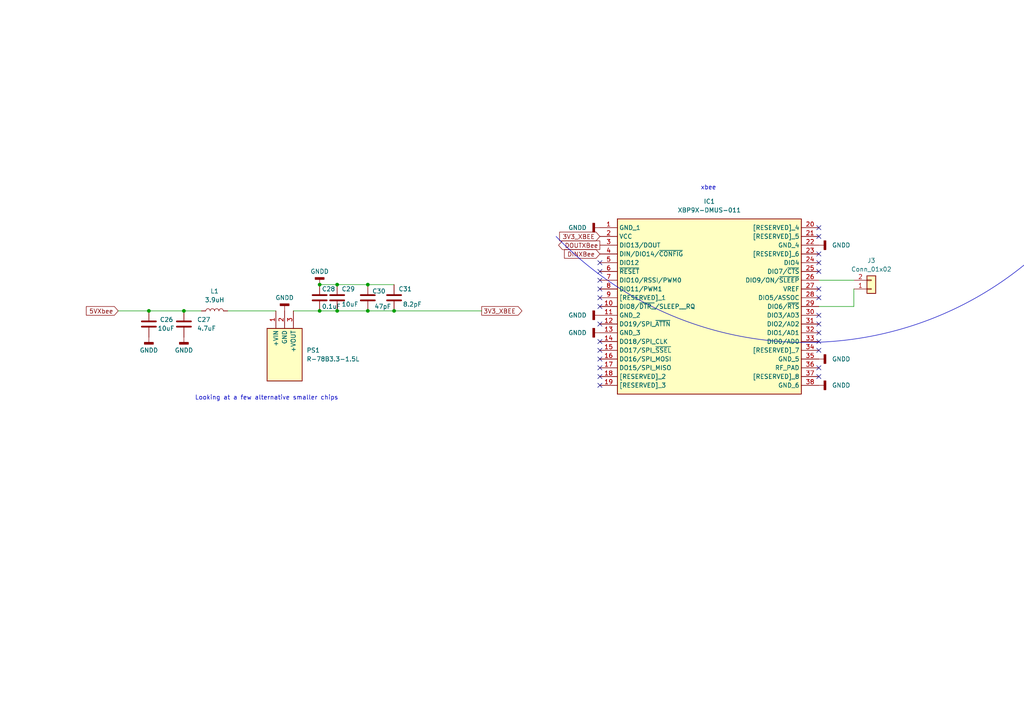
<source format=kicad_sch>
(kicad_sch (version 20231120) (generator "eeschema") (generator_version "8.0")
  (paper "A4")
  (lib_symbols
    (symbol "Connector_Generic:Conn_01x02" (pin_names (offset 1.016) hide)
      (property "Reference" "J" (at 0 2.54 0))
      (property "Value" "Conn_01x02" (at 0 -5.08 0))
      (symbol "Conn_01x02_1_1"
        (rectangle (start -1.27 -2.413) (end 0 -2.667) (stroke (width 0.1524)))
        (rectangle (start -1.27 0.127) (end 0 -0.127) (stroke (width 0.1524)))
        (rectangle (start -1.27 1.27) (end 1.27 -3.81) (stroke (width 0.254)) (fill (type background)))
        (pin passive line (at -5.08 0 0) (length 3.81) (name "Pin_1") (number "1"))
        (pin passive line (at -5.08 -2.54 0) (length 3.81) (name "Pin_2") (number "2"))
      )
    )
    (symbol "Device:C" (pin_numbers hide) (pin_names (offset 0.254))
      (property "Reference" "C" (at 0.635 2.54 0))
      (property "Value" "C" (at 0.635 -2.54 0))
      (symbol "C_0_1"
        (polyline (pts (xy -2.032 -0.762) (xy 2.032 -0.762)) (stroke (width 0.508)))
        (polyline (pts (xy -2.032 0.762) (xy 2.032 0.762)) (stroke (width 0.508)))
      )
      (symbol "C_1_1"
        (pin passive line (at 0 3.81 270) (length 2.794) (name "~") (number "1"))
        (pin passive line (at 0 -3.81 90) (length 2.794) (name "~") (number "2"))
      )
    )
    (symbol "Device:L" (pin_numbers hide) (pin_names (offset 1.016) hide)
      (property "Reference" "L" (at -1.27 0 90))
      (property "Value" "L" (at 1.905 0 90))
      (symbol "L_0_1"
        (arc (start 0 -2.54) (mid 0.6323 -1.905) (end 0 -1.27))
        (arc (start 0 -1.27) (mid 0.6323 -0.635) (end 0 0))
        (arc (start 0 0) (mid 0.6323 0.635) (end 0 1.27))
        (arc (start 0 1.27) (mid 0.6323 1.905) (end 0 2.54))
      )
      (symbol "L_1_1"
        (pin passive line (at 0 3.81 270) (length 1.27) (name "1") (number "1"))
        (pin passive line (at 0 -3.81 90) (length 1.27) (name "2") (number "2"))
      )
    )
    (symbol "power:GNDD" (power) (pin_names (offset 0))
      (property "Value" "GNDD" (at 0 -3.175 0))
      (symbol "GNDD_0_1"
        (rectangle (start -1.27 -1.524) (end 1.27 -2.032) (stroke (width 0.254)) (fill (type outline)))
        (polyline (pts (xy 0 0) (xy 0 -1.524)))
      )
      (symbol "GNDD_1_1"
        (pin power_in line (at 0 0 270) (length 0) hide (name "GNDD") (number "1"))
      )
    )
    (symbol "radio_module_symbols:R-78B3.3-1.5L"
      (property "Reference" "PS" (at 21.59 7.62 0))
      (property "Value" "R-78B3.3-1.5L" (at 21.59 5.08 0))
      (symbol "R-78B3.3-1.5L_1_1"
        (rectangle (start 5.08 2.54) (end 20.32 -7.62) (stroke (width 0.254)) (fill (type background)))
        (pin passive line (at 0 -5.08 0) (length 5.08) (name "+VIN") (number "1"))
        (pin passive line (at 0 -2.54 0) (length 5.08) (name "GND") (number "2"))
        (pin passive line (at 0 0 0) (length 5.08) (name "+VOUT") (number "3"))
      )
    )
    (symbol "radio_module_symbols:XBP9X-DMUS-011"
      (property "Reference" "IC" (at 59.69 7.62 0))
      (property "Value" "XBP9X-DMUS-011" (at 59.69 5.08 0))
      (symbol "XBP9X-DMUS-011_1_1"
        (rectangle (start 5.08 2.54) (end 58.42 -48.26) (stroke (width 0.254)) (fill (type background)))
        (pin passive line (at 0 0 0) (length 5.08) (name "GND_1") (number "1"))
        (pin passive line (at 0 -22.86 0) (length 5.08) (name "DIO8/~{DTR_}/SLEEP__RQ") (number "10"))
        (pin passive line (at 0 -25.4 0) (length 5.08) (name "GND_2") (number "11"))
        (pin passive line (at 0 -27.94 0) (length 5.08) (name "DO19/SPI_~{ATTN}") (number "12"))
        (pin passive line (at 0 -30.48 0) (length 5.08) (name "GND_3") (number "13"))
        (pin passive line (at 0 -33.02 0) (length 5.08) (name "DO18/SPI_CLK") (number "14"))
        (pin passive line (at 0 -35.56 0) (length 5.08) (name "DO17/SPI_~{SSEL}") (number "15"))
        (pin passive line (at 0 -38.1 0) (length 5.08) (name "DO16/SPI_MOSI") (number "16"))
        (pin passive line (at 0 -40.64 0) (length 5.08) (name "DO15/SPI_MISO") (number "17"))
        (pin passive line (at 0 -43.18 0) (length 5.08) (name "[RESERVED]_2") (number "18"))
        (pin passive line (at 0 -45.72 0) (length 5.08) (name "[RESERVED]_3") (number "19"))
        (pin passive line (at 0 -2.54 0) (length 5.08) (name "VCC") (number "2"))
        (pin passive line (at 63.5 0 180) (length 5.08) (name "[RESERVED]_4") (number "20"))
        (pin passive line (at 63.5 -2.54 180) (length 5.08) (name "[RESERVED]_5") (number "21"))
        (pin passive line (at 63.5 -5.08 180) (length 5.08) (name "GND_4") (number "22"))
        (pin passive line (at 63.5 -7.62 180) (length 5.08) (name "[RESERVED]_6") (number "23"))
        (pin passive line (at 63.5 -10.16 180) (length 5.08) (name "DIO4") (number "24"))
        (pin passive line (at 63.5 -12.7 180) (length 5.08) (name "DIO7/~{CTS}") (number "25"))
        (pin passive line (at 63.5 -15.24 180) (length 5.08) (name "DIO9/ON/~{SLEEP}") (number "26"))
        (pin passive line (at 63.5 -17.78 180) (length 5.08) (name "VREF") (number "27"))
        (pin passive line (at 63.5 -20.32 180) (length 5.08) (name "DIO5/ASSOC") (number "28"))
        (pin passive line (at 63.5 -22.86 180) (length 5.08) (name "DIO6/~{RTS}") (number "29"))
        (pin passive line (at 0 -5.08 0) (length 5.08) (name "DIO13/DOUT") (number "3"))
        (pin passive line (at 63.5 -25.4 180) (length 5.08) (name "DIO3/AD3") (number "30"))
        (pin passive line (at 63.5 -27.94 180) (length 5.08) (name "DIO2/AD2") (number "31"))
        (pin passive line (at 63.5 -30.48 180) (length 5.08) (name "DIO1/AD1") (number "32"))
        (pin passive line (at 63.5 -33.02 180) (length 5.08) (name "DIO0/AD0") (number "33"))
        (pin passive line (at 63.5 -35.56 180) (length 5.08) (name "[RESERVED]_7") (number "34"))
        (pin passive line (at 63.5 -38.1 180) (length 5.08) (name "GND_5") (number "35"))
        (pin passive line (at 63.5 -40.64 180) (length 5.08) (name "RF_PAD") (number "36"))
        (pin passive line (at 63.5 -43.18 180) (length 5.08) (name "[RESERVED]_8") (number "37"))
        (pin passive line (at 63.5 -45.72 180) (length 5.08) (name "GND_6") (number "38"))
        (pin passive line (at 0 -7.62 0) (length 5.08) (name "DIN/DIO14/~{CONFIG}") (number "4"))
        (pin passive line (at 0 -10.16 0) (length 5.08) (name "DIO12") (number "5"))
        (pin passive line (at 0 -12.7 0) (length 5.08) (name "~{RESET}") (number "6"))
        (pin passive line (at 0 -15.24 0) (length 5.08) (name "DIO10/RSSI/PWM0") (number "7"))
        (pin passive line (at 0 -17.78 0) (length 5.08) (name "DIO11/PWM1") (number "8"))
        (pin passive line (at 0 -20.32 0) (length 5.08) (name "[RESERVED]_1") (number "9"))
      )
    )
  )
  (junction (at 43.18 90.17))
  (junction (at 106.68 90.17))
  (junction (at 97.79 90.17))
  (junction (at 114.3 90.17))
  (junction (at 92.71 82.55))
  (junction (at 97.79 82.55))
  (junction (at 106.68 82.55))
  (junction (at 53.34 90.17))
  (junction (at 92.71 90.17))
  (no_connect (at 173.99 93.98))
  (no_connect (at 173.99 83.82))
  (no_connect (at 173.99 81.28))
  (no_connect (at 173.99 106.68))
  (no_connect (at 173.99 86.36))
  (no_connect (at 173.99 104.14))
  (no_connect (at 173.99 78.74))
  (no_connect (at 237.49 106.68))
  (no_connect (at 173.99 111.76))
  (no_connect (at 237.49 78.74))
  (no_connect (at 237.49 96.52))
  (no_connect (at 173.99 101.6))
  (no_connect (at 237.49 66.04))
  (no_connect (at 237.49 93.98))
  (no_connect (at 173.99 109.22))
  (no_connect (at 173.99 88.9))
  (no_connect (at 237.49 99.06))
  (no_connect (at 237.49 101.6))
  (no_connect (at 237.49 91.44))
  (no_connect (at 173.99 76.2))
  (no_connect (at 237.49 68.58))
  (no_connect (at 237.49 86.36))
  (no_connect (at 237.49 76.2))
  (no_connect (at 173.99 99.06))
  (no_connect (at 237.49 109.22))
  (no_connect (at 237.49 73.66))
  (no_connect (at 237.49 83.82))
  (wire (pts (xy 106.68 90.17) (xy 114.3 90.17)))
  (wire (pts (xy 53.34 90.17) (xy 58.42 90.17)))
  (wire (pts (xy 34.29 90.17) (xy 43.18 90.17)))
  (wire (pts (xy 85.09 90.17) (xy 92.71 90.17)))
  (wire (pts (xy 92.71 82.55) (xy 97.79 82.55)))
  (wire (pts (xy 97.79 82.55) (xy 106.68 82.55)))
  (wire (pts (xy 92.71 90.17) (xy 97.79 90.17)))
  (wire (pts (xy 106.68 82.55) (xy 114.3 82.55)))
  (wire (pts (xy 114.3 90.17) (xy 139.7 90.17)))
  (wire (pts (xy 66.04 90.17) (xy 80.01 90.17)))
  (wire (pts (xy 247.65 88.9) (xy 247.65 83.82)))
  (wire (pts (xy 237.49 81.28) (xy 247.65 81.28)))
  (wire (pts (xy 237.49 88.9) (xy 247.65 88.9)))
  (wire (pts (xy 97.79 90.17) (xy 106.68 90.17)))
  (wire (pts (xy 43.18 90.17) (xy 53.34 90.17)))
  (arc (start 303.53 71.12) (mid 231.8839 99.3089) (end 161.29 68.58))
  (text "xbee" (at 203.2 55.245 0) (effects (font (size 1.27 1.27)) (justify left bottom)))
  (text "check capitalization" (at 306.07 69.85 0) (effects (font (size 1.27 1.27)) (justify left bottom)))
  (text "Looking at a few alternative smaller chips" (at 56.515 116.205 0) (effects (font (size 1.27 1.27)) (justify left bottom)))
  (global_label "DOUTXBee" (shape output) (at 173.99 71.12 180) (property "Intersheetrefs" "${INTERSHEET_REFS}" (effects (hide yes))))
  (global_label "3V3_XBEE" (shape input) (at 173.99 68.58 180) (property "Intersheetrefs" "${INTERSHEET_REFS}" (effects (hide yes))))
  (global_label "3V3_XBEE" (shape output) (at 139.7 90.17 0) (property "Intersheetrefs" "${INTERSHEET_REFS}" (effects (hide yes))))
  (global_label "DINXBee" (shape input) (at 173.99 73.66 180) (property "Intersheetrefs" "${INTERSHEET_REFS}" (effects (hide yes))))
  (global_label "5VXbee" (shape input) (at 34.29 90.17 180) (property "Intersheetrefs" "${INTERSHEET_REFS}" (effects (hide yes))))
  (symbol (lib_id "Connector_Generic:Conn_01x02") (at 252.73 83.82 0) (mirror x) (unit 1)
    (property "Reference" "J3" (at 252.73 75.565 0))
    (property "Value" "Conn_01x02" (at 252.73 78.105 0))
    (property "Footprint" "Connector_PinHeader_2.54mm:PinHeader_1x02_P2.54mm_Vertical" (effects (hide yes)))
    (instances (project "Radio Module" (path "" (reference "J3") (unit 1))) (project "mainbox1.0" (path "" (reference "J6") (unit 1))) (project "mainbox" (path "" (reference "J9") (unit 1))) (project "mainbox2.0" (path "" (reference "J7") (unit 1))) (project "Mainboard_priv" (path "" (reference "J11") (unit 1))))
  )
  (symbol (lib_id "Device:C") (at 53.34 93.98 0) (unit 1)
    (property "Reference" "C27" (at 57.15 92.71 0) (effects (justify left)))
    (property "Value" "4.7uF" (at 57.15 95.25 0) (effects (justify left)))
    (property "Footprint" "Capacitor_SMD:C_0402_1005Metric" (effects (hide yes)))
    (instances (project "mainbox1.0" (path "" (reference "C27") (unit 1))) (project "mainbox2.0" (path "" (reference "C26") (unit 1))) (project "Mainboard_priv" (path "" (reference "C7") (unit 1))))
  )
  (symbol (lib_id "power:GNDD") (at 173.99 96.52 270) (unit 1)
    (property "Reference" "#PWR017" (effects (hide yes)))
    (property "Value" "GNDD" (at 170.18 96.52 90) (effects (justify right)))
  )
  (symbol (lib_id "power:GNDD") (at 82.55 90.17 180) (unit 1)
    (property "Reference" "#PWR049" (effects (hide yes)))
    (property "Value" "GNDD" (at 82.55 86.36 0))
  )
  (symbol (lib_id "power:GNDD") (at 237.49 104.14 90) (unit 1)
    (property "Reference" "#PWR053" (effects (hide yes)))
    (property "Value" "GNDD" (at 241.3 104.14 90) (effects (justify right)))
  )
  (symbol (lib_id "Device:L") (at 62.23 90.17 90) (unit 1)
    (property "Reference" "L1" (at 62.23 84.455 90))
    (property "Value" "3.9uH" (at 62.23 86.995 90))
    (property "Footprint" "Inductor_SMD:L_1210_3225Metric" (effects (hide yes)))
  )
  (symbol (lib_id "Device:C") (at 92.71 86.36 0) (unit 1)
    (property "Reference" "C28" (at 93.345 83.82 0) (effects (justify left)))
    (property "Value" "0.1uF" (at 93.345 88.9 0) (effects (justify left)))
    (property "Footprint" "Capacitor_SMD:C_0402_1005Metric" (effects (hide yes)))
    (instances (project "mainbox1.0" (path "" (reference "C28") (unit 1))) (project "mainbox2.0" (path "" (reference "C27") (unit 1))) (project "Mainboard_priv" (path "" (reference "C8") (unit 1))))
  )
  (symbol (lib_id "power:GNDD") (at 237.49 111.76 90) (unit 1)
    (property "Reference" "#PWR052" (effects (hide yes)))
    (property "Value" "GNDD" (at 241.3 111.76 90) (effects (justify right)))
  )
  (symbol (lib_id "power:GNDD") (at 237.49 71.12 90) (unit 1)
    (property "Reference" "#PWR016" (effects (hide yes)))
    (property "Value" "GNDD" (at 241.3 71.12 90) (effects (justify right)))
  )
  (symbol (lib_id "Device:C") (at 43.18 93.98 0) (unit 1)
    (property "Reference" "C26" (at 46.355 92.71 0) (effects (justify left)))
    (property "Value" "10uF" (at 45.72 95.25 0) (effects (justify left)))
    (property "Footprint" "Capacitor_SMD:C_0402_1005Metric" (effects (hide yes)))
    (instances (project "mainbox1.0" (path "" (reference "C26") (unit 1))) (project "mainbox2.0" (path "" (reference "C25") (unit 1))) (project "Mainboard_priv" (path "" (reference "C6") (unit 1))))
  )
  (symbol (lib_id "power:GNDD") (at 173.99 91.44 270) (unit 1)
    (property "Reference" "#PWR046" (effects (hide yes)))
    (property "Value" "GNDD" (at 170.18 91.44 90) (effects (justify right)))
  )
  (symbol (lib_id "Device:C") (at 97.79 86.36 0) (unit 1)
    (property "Reference" "C29" (at 99.06 83.82 0) (effects (justify left)))
    (property "Value" "10uF" (at 99.06 88.265 0) (effects (justify left)))
    (property "Footprint" "Capacitor_SMD:C_0402_1005Metric" (effects (hide yes)))
    (instances (project "mainbox1.0" (path "" (reference "C29") (unit 1))) (project "mainbox2.0" (path "" (reference "C28") (unit 1))) (project "Mainboard_priv" (path "" (reference "C9") (unit 1))))
  )
  (symbol (lib_id "power:GNDD") (at 43.18 97.79 0) (unit 1)
    (property "Reference" "#PWR048" (effects (hide yes)))
    (property "Value" "GNDD" (at 43.18 101.6 0))
  )
  (symbol (lib_id "radio_module_symbols:R-78B3.3-1.5L") (at 85.09 90.17 270) (unit 1)
    (property "Reference" "PS1" (at 88.9 101.6 90) (effects (justify left)))
    (property "Value" "R-78B3.3-1.5L" (at 88.9 104.14 90) (effects (justify left)))
    (property "Footprint" "21xt_footprints:CONV_R-78B3.3-1.5" (effects (hide yes)))
    (property "Datasheet" "https://www.arrow.com/en/products/r-78b3.3-1.5l/recom-power" (effects (hide yes)))
    (property "Height" "8" (effects (hide yes)))
    (property "Mouser Part Number" "919-R-78B3.3-1.5L" (effects (hide yes)))
    (property "Mouser Price/Stock" "https://www.mouser.co.uk/ProductDetail/RECOM-Power/R-78B3.3-1.5L?qs=XF8hdbuHJAXdbZOwcNOS%2FA%3D%3D" (effects (hide yes)))
    (property "Manufacturer_Name" "RECOM Power" (effects (hide yes)))
    (property "Manufacturer_Part_Number" "R-78B3.3-1.5L" (effects (hide yes)))
  )
  (symbol (lib_id "Device:C") (at 114.3 86.36 0) (unit 1)
    (property "Reference" "C31" (at 115.57 83.82 0) (effects (justify left)))
    (property "Value" "8.2pF" (at 116.84 88.265 0) (effects (justify left)))
    (property "Footprint" "Capacitor_SMD:C_0402_1005Metric" (effects (hide yes)))
    (instances (project "mainbox1.0" (path "" (reference "C31") (unit 1))) (project "mainbox2.0" (path "" (reference "C30") (unit 1))) (project "Mainboard_priv" (path "" (reference "C4") (unit 1))))
  )
  (symbol (lib_id "power:GNDD") (at 173.99 66.04 270) (unit 1)
    (property "Reference" "#PWR051" (effects (hide yes)))
    (property "Value" "GNDD" (at 170.18 66.04 90) (effects (justify right)))
  )
  (symbol (lib_id "power:GNDD") (at 53.34 97.79 0) (unit 1)
    (property "Reference" "#PWR047" (effects (hide yes)))
    (property "Value" "GNDD" (at 53.34 101.6 0))
  )
  (symbol (lib_id "Device:C") (at 106.68 86.36 0) (unit 1)
    (property "Reference" "C30" (at 107.95 84.455 0) (effects (justify left)))
    (property "Value" "47pF" (at 108.585 88.9 0) (effects (justify left)))
    (property "Footprint" "Capacitor_SMD:C_0402_1005Metric" (effects (hide yes)))
    (instances (project "mainbox1.0" (path "" (reference "C30") (unit 1))) (project "mainbox2.0" (path "" (reference "C29") (unit 1))) (project "Mainboard_priv" (path "" (reference "C10") (unit 1))))
  )
  (symbol (lib_id "power:GNDD") (at 92.71 82.55 180) (unit 1)
    (property "Reference" "#PWR050" (effects (hide yes)))
    (property "Value" "GNDD" (at 92.71 78.74 0))
  )
  (symbol (lib_id "radio_module_symbols:XBP9X-DMUS-011") (at 173.99 66.04 0) (unit 1)
    (property "Reference" "IC1" (at 205.74 58.42 0))
    (property "Value" "XBP9X-DMUS-011" (at 205.74 60.96 0))
    (property "Footprint" "21xt_footprints:RLS397" (effects (hide yes)))
    (property "Datasheet" "http://www.digi.com/resources/documentation/digidocs/pdfs/90001477.pdf" (effects (hide yes)))
    (property "Height" "3.429" (effects (hide yes)))
    (property "Mouser Part Number" "888-XBP9X-DMUS-011" (effects (hide yes)))
    (property "Mouser Price/Stock" "https://www.mouser.co.uk/ProductDetail/DIGI/XBP9X-DMUS-011?qs=u4fy%2FsgLU9PDEP8%2FPyF26w%3D%3D" (effects (hide yes)))
    (property "Manufacturer_Name" "DIGI" (effects (hide yes)))
    (property "Manufacturer_Part_Number" "XBP9X-DMUS-011" (effects (hide yes)))
    (instances (project "Radio Module" (path "" (reference "IC1") (unit 1))) (project "mainbox1.0" (path "" (reference "IC2") (unit 1))) (project "mainbox" (path "" (reference "IC8") (unit 1))) (project "mainbox2.0" (path "" (reference "IC2") (unit 1))) (project "Mainboard_priv" (path "" (reference "IC1") (unit 1))))
  )
)
</source>
